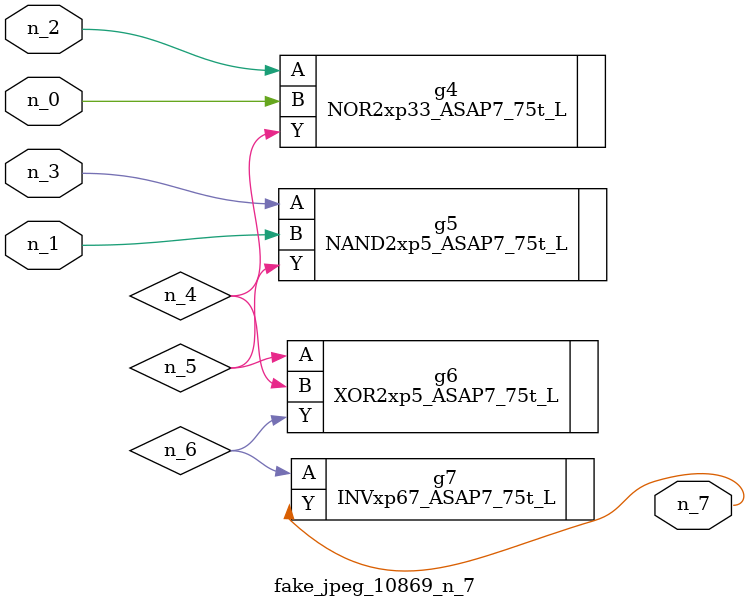
<source format=v>
module fake_jpeg_10869_n_7 (n_0, n_3, n_2, n_1, n_7);

input n_0;
input n_3;
input n_2;
input n_1;

output n_7;

wire n_4;
wire n_6;
wire n_5;

NOR2xp33_ASAP7_75t_L g4 ( 
.A(n_2),
.B(n_0),
.Y(n_4)
);

NAND2xp5_ASAP7_75t_L g5 ( 
.A(n_3),
.B(n_1),
.Y(n_5)
);

XOR2xp5_ASAP7_75t_L g6 ( 
.A(n_5),
.B(n_4),
.Y(n_6)
);

INVxp67_ASAP7_75t_L g7 ( 
.A(n_6),
.Y(n_7)
);


endmodule
</source>
